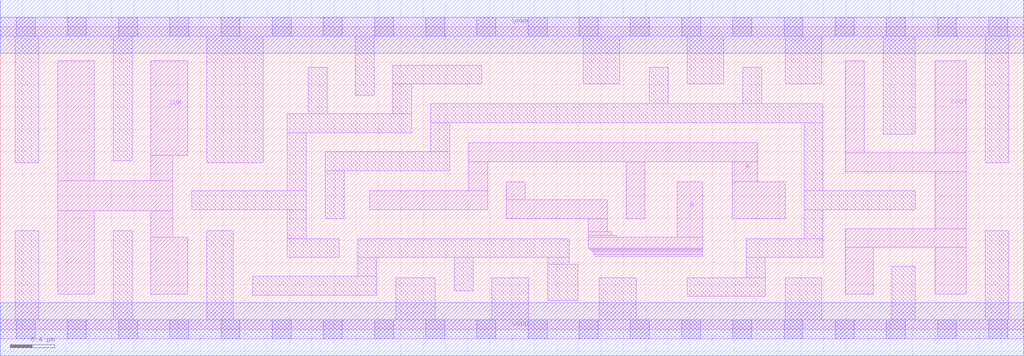
<source format=lef>
# Copyright 2020 The SkyWater PDK Authors
#
# Licensed under the Apache License, Version 2.0 (the "License");
# you may not use this file except in compliance with the License.
# You may obtain a copy of the License at
#
#     https://www.apache.org/licenses/LICENSE-2.0
#
# Unless required by applicable law or agreed to in writing, software
# distributed under the License is distributed on an "AS IS" BASIS,
# WITHOUT WARRANTIES OR CONDITIONS OF ANY KIND, either express or implied.
# See the License for the specific language governing permissions and
# limitations under the License.
#
# SPDX-License-Identifier: Apache-2.0

VERSION 5.7 ;
  NAMESCASESENSITIVE ON ;
  NOWIREEXTENSIONATPIN ON ;
  DIVIDERCHAR "/" ;
  BUSBITCHARS "[]" ;
UNITS
  DATABASE MICRONS 200 ;
END UNITS
MACRO sky130_fd_sc_hd__ha_4
  CLASS CORE ;
  FOREIGN sky130_fd_sc_hd__ha_4 ;
  ORIGIN  0.000000  0.000000 ;
  SIZE  9.200000 BY  2.720000 ;
  SYMMETRY X Y R90 ;
  SITE unithd ;
  PIN A
    ANTENNAGATEAREA  0.990000 ;
    DIRECTION INPUT ;
    USE SIGNAL ;
    PORT
      LAYER li1 ;
        RECT 3.320000 1.075000 4.380000 1.245000 ;
        RECT 4.210000 1.245000 4.380000 1.505000 ;
        RECT 4.210000 1.505000 6.810000 1.675000 ;
        RECT 5.625000 0.995000 5.795000 1.505000 ;
        RECT 6.580000 0.995000 7.055000 1.325000 ;
        RECT 6.580000 1.325000 6.810000 1.505000 ;
    END
  END A
  PIN B
    ANTENNAGATEAREA  0.990000 ;
    DIRECTION INPUT ;
    USE SIGNAL ;
    PORT
      LAYER li1 ;
        RECT 4.550000 0.995000 5.455000 1.165000 ;
        RECT 4.550000 1.165000 4.720000 1.325000 ;
        RECT 5.285000 0.730000 6.315000 0.825000 ;
        RECT 5.285000 0.825000 5.535000 0.845000 ;
        RECT 5.285000 0.845000 5.495000 0.875000 ;
        RECT 5.285000 0.875000 5.455000 0.995000 ;
        RECT 5.295000 0.720000 6.315000 0.730000 ;
        RECT 5.310000 0.710000 6.315000 0.720000 ;
        RECT 5.320000 0.695000 6.315000 0.710000 ;
        RECT 5.335000 0.675000 6.315000 0.695000 ;
        RECT 5.345000 0.655000 6.315000 0.675000 ;
        RECT 6.085000 0.825000 6.315000 1.325000 ;
    END
  END B
  PIN COUT
    ANTENNADIFFAREA  0.891000 ;
    DIRECTION OUTPUT ;
    USE SIGNAL ;
    PORT
      LAYER li1 ;
        RECT 7.595000 0.315000 7.845000 0.735000 ;
        RECT 7.595000 0.735000 8.685000 0.905000 ;
        RECT 7.595000 1.415000 8.685000 1.585000 ;
        RECT 7.595000 1.585000 7.765000 2.415000 ;
        RECT 8.405000 0.315000 8.685000 0.735000 ;
        RECT 8.405000 0.905000 8.685000 1.415000 ;
        RECT 8.405000 1.585000 8.685000 2.415000 ;
    END
  END COUT
  PIN SUM
    ANTENNADIFFAREA  0.891000 ;
    DIRECTION OUTPUT ;
    USE SIGNAL ;
    PORT
      LAYER li1 ;
        RECT 0.515000 0.315000 0.845000 1.065000 ;
        RECT 0.515000 1.065000 1.550000 1.335000 ;
        RECT 0.515000 1.335000 0.845000 2.415000 ;
        RECT 1.355000 0.315000 1.685000 0.825000 ;
        RECT 1.355000 0.825000 1.550000 1.065000 ;
        RECT 1.355000 1.335000 1.550000 1.565000 ;
        RECT 1.355000 1.565000 1.685000 2.415000 ;
    END
  END SUM
  PIN VGND
    DIRECTION INOUT ;
    SHAPE ABUTMENT ;
    USE GROUND ;
    PORT
      LAYER met1 ;
        RECT 0.000000 -0.240000 9.200000 0.240000 ;
    END
  END VGND
  PIN VPWR
    DIRECTION INOUT ;
    SHAPE ABUTMENT ;
    USE POWER ;
    PORT
      LAYER met1 ;
        RECT 0.000000 2.480000 9.200000 2.960000 ;
    END
  END VPWR
  OBS
    LAYER li1 ;
      RECT 0.000000 -0.085000 9.200000 0.085000 ;
      RECT 0.000000  2.635000 9.200000 2.805000 ;
      RECT 0.135000  0.085000 0.345000 0.885000 ;
      RECT 0.135000  1.495000 0.345000 2.635000 ;
      RECT 1.015000  0.085000 1.185000 0.885000 ;
      RECT 1.015000  1.515000 1.185000 2.635000 ;
      RECT 1.720000  1.075000 2.750000 1.245000 ;
      RECT 1.855000  0.085000 2.095000 0.885000 ;
      RECT 1.855000  1.495000 2.365000 2.635000 ;
      RECT 2.270000  0.305000 3.385000 0.475000 ;
      RECT 2.580000  0.645000 3.045000 0.815000 ;
      RECT 2.580000  0.815000 2.750000 1.075000 ;
      RECT 2.580000  1.245000 2.750000 1.765000 ;
      RECT 2.580000  1.765000 3.700000 1.935000 ;
      RECT 2.770000  1.935000 2.940000 2.355000 ;
      RECT 2.920000  0.995000 3.090000 1.425000 ;
      RECT 2.920000  1.425000 4.040000 1.595000 ;
      RECT 3.190000  2.105000 3.360000 2.635000 ;
      RECT 3.215000  0.475000 3.385000 0.645000 ;
      RECT 3.215000  0.645000 5.115000 0.815000 ;
      RECT 3.530000  1.935000 3.700000 2.205000 ;
      RECT 3.530000  2.205000 4.330000 2.375000 ;
      RECT 3.555000  0.085000 3.910000 0.465000 ;
      RECT 3.870000  1.595000 4.040000 1.855000 ;
      RECT 3.870000  1.855000 7.395000 2.025000 ;
      RECT 4.080000  0.345000 4.250000 0.645000 ;
      RECT 4.420000  0.085000 4.750000 0.465000 ;
      RECT 4.920000  0.255000 5.190000 0.585000 ;
      RECT 4.920000  0.585000 5.115000 0.645000 ;
      RECT 5.240000  2.205000 5.570000 2.635000 ;
      RECT 5.385000  0.085000 5.715000 0.465000 ;
      RECT 5.835000  2.025000 6.005000 2.355000 ;
      RECT 6.175000  0.295000 6.875000 0.465000 ;
      RECT 6.175000  2.205000 6.505000 2.635000 ;
      RECT 6.675000  2.025000 6.845000 2.355000 ;
      RECT 6.705000  0.465000 6.875000 0.645000 ;
      RECT 6.705000  0.645000 7.395000 0.815000 ;
      RECT 7.055000  0.085000 7.385000 0.465000 ;
      RECT 7.055000  2.205000 7.385000 2.635000 ;
      RECT 7.225000  0.815000 7.395000 1.075000 ;
      RECT 7.225000  1.075000 8.225000 1.245000 ;
      RECT 7.225000  1.245000 7.395000 1.855000 ;
      RECT 7.935000  1.755000 8.225000 2.635000 ;
      RECT 8.015000  0.085000 8.225000 0.565000 ;
      RECT 8.855000  0.085000 9.065000 0.885000 ;
      RECT 8.855000  1.495000 9.065000 2.635000 ;
    LAYER mcon ;
      RECT 0.145000 -0.085000 0.315000 0.085000 ;
      RECT 0.145000  2.635000 0.315000 2.805000 ;
      RECT 0.605000 -0.085000 0.775000 0.085000 ;
      RECT 0.605000  2.635000 0.775000 2.805000 ;
      RECT 1.065000 -0.085000 1.235000 0.085000 ;
      RECT 1.065000  2.635000 1.235000 2.805000 ;
      RECT 1.525000 -0.085000 1.695000 0.085000 ;
      RECT 1.525000  2.635000 1.695000 2.805000 ;
      RECT 1.985000 -0.085000 2.155000 0.085000 ;
      RECT 1.985000  2.635000 2.155000 2.805000 ;
      RECT 2.445000 -0.085000 2.615000 0.085000 ;
      RECT 2.445000  2.635000 2.615000 2.805000 ;
      RECT 2.905000 -0.085000 3.075000 0.085000 ;
      RECT 2.905000  2.635000 3.075000 2.805000 ;
      RECT 3.365000 -0.085000 3.535000 0.085000 ;
      RECT 3.365000  2.635000 3.535000 2.805000 ;
      RECT 3.825000 -0.085000 3.995000 0.085000 ;
      RECT 3.825000  2.635000 3.995000 2.805000 ;
      RECT 4.285000 -0.085000 4.455000 0.085000 ;
      RECT 4.285000  2.635000 4.455000 2.805000 ;
      RECT 4.745000 -0.085000 4.915000 0.085000 ;
      RECT 4.745000  2.635000 4.915000 2.805000 ;
      RECT 5.205000 -0.085000 5.375000 0.085000 ;
      RECT 5.205000  2.635000 5.375000 2.805000 ;
      RECT 5.665000 -0.085000 5.835000 0.085000 ;
      RECT 5.665000  2.635000 5.835000 2.805000 ;
      RECT 6.125000 -0.085000 6.295000 0.085000 ;
      RECT 6.125000  2.635000 6.295000 2.805000 ;
      RECT 6.585000 -0.085000 6.755000 0.085000 ;
      RECT 6.585000  2.635000 6.755000 2.805000 ;
      RECT 7.045000 -0.085000 7.215000 0.085000 ;
      RECT 7.045000  2.635000 7.215000 2.805000 ;
      RECT 7.505000 -0.085000 7.675000 0.085000 ;
      RECT 7.505000  2.635000 7.675000 2.805000 ;
      RECT 7.965000 -0.085000 8.135000 0.085000 ;
      RECT 7.965000  2.635000 8.135000 2.805000 ;
      RECT 8.425000 -0.085000 8.595000 0.085000 ;
      RECT 8.425000  2.635000 8.595000 2.805000 ;
      RECT 8.885000 -0.085000 9.055000 0.085000 ;
      RECT 8.885000  2.635000 9.055000 2.805000 ;
  END
END sky130_fd_sc_hd__ha_4
END LIBRARY

</source>
